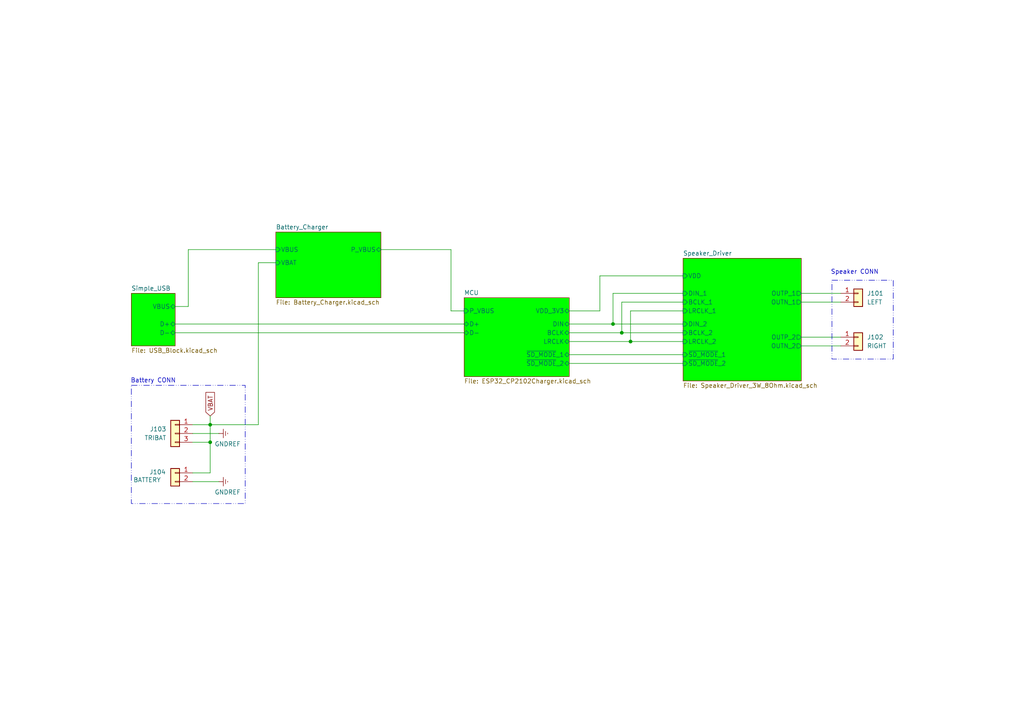
<source format=kicad_sch>
(kicad_sch
	(version 20250114)
	(generator "eeschema")
	(generator_version "9.0")
	(uuid "ee5079a3-7a94-4c31-a728-9ec7d03fd2da")
	(paper "A4")
	(title_block
		(title "PCB_BLE_Speaker")
		(date "2025-11-16")
		(rev "R.Casas")
	)
	(lib_symbols
		(symbol "Connector_Generic:Conn_01x02"
			(pin_names
				(offset 1.016)
				(hide yes)
			)
			(exclude_from_sim no)
			(in_bom yes)
			(on_board yes)
			(property "Reference" "J"
				(at 0 2.54 0)
				(effects
					(font
						(size 1.27 1.27)
					)
				)
			)
			(property "Value" "Conn_01x02"
				(at 0 -5.08 0)
				(effects
					(font
						(size 1.27 1.27)
					)
				)
			)
			(property "Footprint" ""
				(at 0 0 0)
				(effects
					(font
						(size 1.27 1.27)
					)
					(hide yes)
				)
			)
			(property "Datasheet" "~"
				(at 0 0 0)
				(effects
					(font
						(size 1.27 1.27)
					)
					(hide yes)
				)
			)
			(property "Description" "Generic connector, single row, 01x02, script generated (kicad-library-utils/schlib/autogen/connector/)"
				(at 0 0 0)
				(effects
					(font
						(size 1.27 1.27)
					)
					(hide yes)
				)
			)
			(property "ki_keywords" "connector"
				(at 0 0 0)
				(effects
					(font
						(size 1.27 1.27)
					)
					(hide yes)
				)
			)
			(property "ki_fp_filters" "Connector*:*_1x??_*"
				(at 0 0 0)
				(effects
					(font
						(size 1.27 1.27)
					)
					(hide yes)
				)
			)
			(symbol "Conn_01x02_1_1"
				(rectangle
					(start -1.27 1.27)
					(end 1.27 -3.81)
					(stroke
						(width 0.254)
						(type default)
					)
					(fill
						(type background)
					)
				)
				(rectangle
					(start -1.27 0.127)
					(end 0 -0.127)
					(stroke
						(width 0.1524)
						(type default)
					)
					(fill
						(type none)
					)
				)
				(rectangle
					(start -1.27 -2.413)
					(end 0 -2.667)
					(stroke
						(width 0.1524)
						(type default)
					)
					(fill
						(type none)
					)
				)
				(pin passive line
					(at -5.08 0 0)
					(length 3.81)
					(name "Pin_1"
						(effects
							(font
								(size 1.27 1.27)
							)
						)
					)
					(number "1"
						(effects
							(font
								(size 1.27 1.27)
							)
						)
					)
				)
				(pin passive line
					(at -5.08 -2.54 0)
					(length 3.81)
					(name "Pin_2"
						(effects
							(font
								(size 1.27 1.27)
							)
						)
					)
					(number "2"
						(effects
							(font
								(size 1.27 1.27)
							)
						)
					)
				)
			)
			(embedded_fonts no)
		)
		(symbol "Connector_Generic:Conn_01x03"
			(pin_names
				(offset 1.016)
				(hide yes)
			)
			(exclude_from_sim no)
			(in_bom yes)
			(on_board yes)
			(property "Reference" "J"
				(at 0 5.08 0)
				(effects
					(font
						(size 1.27 1.27)
					)
				)
			)
			(property "Value" "Conn_01x03"
				(at 0 -5.08 0)
				(effects
					(font
						(size 1.27 1.27)
					)
				)
			)
			(property "Footprint" ""
				(at 0 0 0)
				(effects
					(font
						(size 1.27 1.27)
					)
					(hide yes)
				)
			)
			(property "Datasheet" "~"
				(at 0 0 0)
				(effects
					(font
						(size 1.27 1.27)
					)
					(hide yes)
				)
			)
			(property "Description" "Generic connector, single row, 01x03, script generated (kicad-library-utils/schlib/autogen/connector/)"
				(at 0 0 0)
				(effects
					(font
						(size 1.27 1.27)
					)
					(hide yes)
				)
			)
			(property "ki_keywords" "connector"
				(at 0 0 0)
				(effects
					(font
						(size 1.27 1.27)
					)
					(hide yes)
				)
			)
			(property "ki_fp_filters" "Connector*:*_1x??_*"
				(at 0 0 0)
				(effects
					(font
						(size 1.27 1.27)
					)
					(hide yes)
				)
			)
			(symbol "Conn_01x03_1_1"
				(rectangle
					(start -1.27 3.81)
					(end 1.27 -3.81)
					(stroke
						(width 0.254)
						(type default)
					)
					(fill
						(type background)
					)
				)
				(rectangle
					(start -1.27 2.667)
					(end 0 2.413)
					(stroke
						(width 0.1524)
						(type default)
					)
					(fill
						(type none)
					)
				)
				(rectangle
					(start -1.27 0.127)
					(end 0 -0.127)
					(stroke
						(width 0.1524)
						(type default)
					)
					(fill
						(type none)
					)
				)
				(rectangle
					(start -1.27 -2.413)
					(end 0 -2.667)
					(stroke
						(width 0.1524)
						(type default)
					)
					(fill
						(type none)
					)
				)
				(pin passive line
					(at -5.08 2.54 0)
					(length 3.81)
					(name "Pin_1"
						(effects
							(font
								(size 1.27 1.27)
							)
						)
					)
					(number "1"
						(effects
							(font
								(size 1.27 1.27)
							)
						)
					)
				)
				(pin passive line
					(at -5.08 0 0)
					(length 3.81)
					(name "Pin_2"
						(effects
							(font
								(size 1.27 1.27)
							)
						)
					)
					(number "2"
						(effects
							(font
								(size 1.27 1.27)
							)
						)
					)
				)
				(pin passive line
					(at -5.08 -2.54 0)
					(length 3.81)
					(name "Pin_3"
						(effects
							(font
								(size 1.27 1.27)
							)
						)
					)
					(number "3"
						(effects
							(font
								(size 1.27 1.27)
							)
						)
					)
				)
			)
			(embedded_fonts no)
		)
		(symbol "power:GNDREF"
			(power)
			(pin_numbers
				(hide yes)
			)
			(pin_names
				(offset 0)
				(hide yes)
			)
			(exclude_from_sim no)
			(in_bom yes)
			(on_board yes)
			(property "Reference" "#PWR"
				(at 0 -6.35 0)
				(effects
					(font
						(size 1.27 1.27)
					)
					(hide yes)
				)
			)
			(property "Value" "GNDREF"
				(at 0 -3.81 0)
				(effects
					(font
						(size 1.27 1.27)
					)
				)
			)
			(property "Footprint" ""
				(at 0 0 0)
				(effects
					(font
						(size 1.27 1.27)
					)
					(hide yes)
				)
			)
			(property "Datasheet" ""
				(at 0 0 0)
				(effects
					(font
						(size 1.27 1.27)
					)
					(hide yes)
				)
			)
			(property "Description" "Power symbol creates a global label with name \"GNDREF\" , reference supply ground"
				(at 0 0 0)
				(effects
					(font
						(size 1.27 1.27)
					)
					(hide yes)
				)
			)
			(property "ki_keywords" "global power"
				(at 0 0 0)
				(effects
					(font
						(size 1.27 1.27)
					)
					(hide yes)
				)
			)
			(symbol "GNDREF_0_1"
				(polyline
					(pts
						(xy -0.635 -1.905) (xy 0.635 -1.905)
					)
					(stroke
						(width 0)
						(type default)
					)
					(fill
						(type none)
					)
				)
				(polyline
					(pts
						(xy -0.127 -2.54) (xy 0.127 -2.54)
					)
					(stroke
						(width 0)
						(type default)
					)
					(fill
						(type none)
					)
				)
				(polyline
					(pts
						(xy 0 -1.27) (xy 0 0)
					)
					(stroke
						(width 0)
						(type default)
					)
					(fill
						(type none)
					)
				)
				(polyline
					(pts
						(xy 1.27 -1.27) (xy -1.27 -1.27)
					)
					(stroke
						(width 0)
						(type default)
					)
					(fill
						(type none)
					)
				)
			)
			(symbol "GNDREF_1_1"
				(pin power_in line
					(at 0 0 270)
					(length 0)
					(name "~"
						(effects
							(font
								(size 1.27 1.27)
							)
						)
					)
					(number "1"
						(effects
							(font
								(size 1.27 1.27)
							)
						)
					)
				)
			)
			(embedded_fonts no)
		)
	)
	(rectangle
		(start 38.1 111.76)
		(end 71.12 146.05)
		(stroke
			(width 0)
			(type dash_dot_dot)
		)
		(fill
			(type none)
		)
		(uuid 33bd3f1f-4027-4218-8c86-19f985625a29)
	)
	(rectangle
		(start 241.3 81.28)
		(end 259.08 104.14)
		(stroke
			(width 0)
			(type dash_dot_dot)
		)
		(fill
			(type none)
		)
		(uuid 46b157fc-d792-4ea8-9da9-b01d2fa9c5b5)
	)
	(text "Battery CONN"
		(exclude_from_sim no)
		(at 44.45 110.49 0)
		(effects
			(font
				(size 1.27 1.27)
			)
		)
		(uuid "d677e2b3-6570-46a9-87cf-23e88bb8c27c")
	)
	(text "Speaker CONN"
		(exclude_from_sim no)
		(at 247.904 78.994 0)
		(effects
			(font
				(size 1.27 1.27)
			)
		)
		(uuid "dd010ab3-e503-4368-82de-eb4e58cdc3de")
	)
	(junction
		(at 180.34 96.52)
		(diameter 0)
		(color 0 0 0 0)
		(uuid "14ee3aab-7391-4843-98c9-0e0fa228a563")
	)
	(junction
		(at 177.8 93.98)
		(diameter 0)
		(color 0 0 0 0)
		(uuid "30d8477e-ab9a-4ada-a29d-9fee637c8359")
	)
	(junction
		(at 182.88 99.06)
		(diameter 0)
		(color 0 0 0 0)
		(uuid "5f8e9850-68f1-45e4-9c1b-e9a358f9973b")
	)
	(junction
		(at 60.96 123.19)
		(diameter 0)
		(color 0 0 0 0)
		(uuid "af6745a1-cf24-40a5-8133-fe92fe5ed12c")
	)
	(junction
		(at 60.96 128.27)
		(diameter 0)
		(color 0 0 0 0)
		(uuid "f21c88cc-0c49-4e5c-bc60-d9bddfc4359a")
	)
	(wire
		(pts
			(xy 173.99 80.01) (xy 173.99 90.17)
		)
		(stroke
			(width 0)
			(type default)
		)
		(uuid "02f73561-17e0-4990-b0f5-5ce516a64067")
	)
	(wire
		(pts
			(xy 55.88 123.19) (xy 60.96 123.19)
		)
		(stroke
			(width 0)
			(type default)
		)
		(uuid "0441fc2b-40e3-4257-82bc-481b2e840667")
	)
	(wire
		(pts
			(xy 173.99 90.17) (xy 165.1 90.17)
		)
		(stroke
			(width 0)
			(type default)
		)
		(uuid "0d61a4cb-0c20-4adc-9de5-a13e1d362db6")
	)
	(wire
		(pts
			(xy 54.61 72.39) (xy 80.01 72.39)
		)
		(stroke
			(width 0)
			(type default)
		)
		(uuid "181421f9-727c-4280-b059-164d70e8aa5a")
	)
	(wire
		(pts
			(xy 165.1 96.52) (xy 180.34 96.52)
		)
		(stroke
			(width 0)
			(type default)
		)
		(uuid "2d282e4c-8d8d-4066-9f1b-c567c4e6731e")
	)
	(wire
		(pts
			(xy 165.1 99.06) (xy 182.88 99.06)
		)
		(stroke
			(width 0)
			(type default)
		)
		(uuid "36de76ff-c58c-40bf-a102-bb48ab571742")
	)
	(wire
		(pts
			(xy 54.61 88.9) (xy 54.61 72.39)
		)
		(stroke
			(width 0)
			(type default)
		)
		(uuid "37b8c71c-0f17-4617-ba45-31fae9bb523b")
	)
	(wire
		(pts
			(xy 232.41 97.79) (xy 243.84 97.79)
		)
		(stroke
			(width 0)
			(type default)
		)
		(uuid "3b09fbb0-7c36-4030-b978-0a6dbf70c81e")
	)
	(wire
		(pts
			(xy 180.34 96.52) (xy 198.12 96.52)
		)
		(stroke
			(width 0)
			(type default)
		)
		(uuid "58202e01-51b1-43d4-a669-b8b759c2969a")
	)
	(wire
		(pts
			(xy 55.88 137.16) (xy 60.96 137.16)
		)
		(stroke
			(width 0)
			(type default)
		)
		(uuid "5efca215-60da-4d17-90f9-ababd387aeb2")
	)
	(wire
		(pts
			(xy 165.1 102.87) (xy 198.12 102.87)
		)
		(stroke
			(width 0)
			(type default)
		)
		(uuid "77d5d73e-f283-44ae-8c23-1b15bb1e0640")
	)
	(wire
		(pts
			(xy 60.96 137.16) (xy 60.96 128.27)
		)
		(stroke
			(width 0)
			(type default)
		)
		(uuid "86ecd7a9-481e-4e06-a4d5-999e669116e1")
	)
	(wire
		(pts
			(xy 177.8 93.98) (xy 198.12 93.98)
		)
		(stroke
			(width 0)
			(type default)
		)
		(uuid "87cd0312-8f37-41fb-b2cb-31b288c320d4")
	)
	(wire
		(pts
			(xy 130.81 72.39) (xy 130.81 90.17)
		)
		(stroke
			(width 0)
			(type default)
		)
		(uuid "8c298a49-4831-49d9-b70b-74603d899875")
	)
	(wire
		(pts
			(xy 198.12 80.01) (xy 173.99 80.01)
		)
		(stroke
			(width 0)
			(type default)
		)
		(uuid "8cd849ac-6d31-4454-a60e-78082d793913")
	)
	(wire
		(pts
			(xy 182.88 99.06) (xy 198.12 99.06)
		)
		(stroke
			(width 0)
			(type default)
		)
		(uuid "8cdec2bc-66bd-46c4-afa0-93e267710d52")
	)
	(wire
		(pts
			(xy 180.34 87.63) (xy 198.12 87.63)
		)
		(stroke
			(width 0)
			(type default)
		)
		(uuid "8e00fd59-871d-4914-972a-5be5e6317e38")
	)
	(wire
		(pts
			(xy 130.81 90.17) (xy 134.62 90.17)
		)
		(stroke
			(width 0)
			(type default)
		)
		(uuid "93dcac5a-dad7-4aeb-8373-5bd51ec5bfd7")
	)
	(wire
		(pts
			(xy 50.8 93.98) (xy 134.62 93.98)
		)
		(stroke
			(width 0)
			(type default)
		)
		(uuid "95885596-0d1f-4485-b2cf-6cf5f53c6f64")
	)
	(wire
		(pts
			(xy 60.96 128.27) (xy 60.96 123.19)
		)
		(stroke
			(width 0)
			(type default)
		)
		(uuid "99f6dac5-6e6b-495a-961e-c0c2f1b952f7")
	)
	(wire
		(pts
			(xy 232.41 85.09) (xy 243.84 85.09)
		)
		(stroke
			(width 0)
			(type default)
		)
		(uuid "99fe70b9-287c-43b1-af0d-899e1225fd8f")
	)
	(wire
		(pts
			(xy 177.8 85.09) (xy 177.8 93.98)
		)
		(stroke
			(width 0)
			(type default)
		)
		(uuid "9bf68948-b5fc-4d63-8b06-ccd5ad9e56ad")
	)
	(wire
		(pts
			(xy 60.96 123.19) (xy 74.93 123.19)
		)
		(stroke
			(width 0)
			(type default)
		)
		(uuid "a55d18ec-4d6b-4a9b-b231-31102c65db2d")
	)
	(wire
		(pts
			(xy 110.49 72.39) (xy 130.81 72.39)
		)
		(stroke
			(width 0)
			(type default)
		)
		(uuid "c051bfe6-b321-4fe2-887f-6e23ab7ef591")
	)
	(wire
		(pts
			(xy 232.41 100.33) (xy 243.84 100.33)
		)
		(stroke
			(width 0)
			(type default)
		)
		(uuid "ca99042b-cfc4-4e3e-a492-7fd0778852e5")
	)
	(wire
		(pts
			(xy 182.88 90.17) (xy 198.12 90.17)
		)
		(stroke
			(width 0)
			(type default)
		)
		(uuid "cdef42b9-2bdf-46d3-bc3a-7b811d700fe5")
	)
	(wire
		(pts
			(xy 74.93 76.2) (xy 80.01 76.2)
		)
		(stroke
			(width 0)
			(type default)
		)
		(uuid "d1839218-8e7b-4e3e-acc7-18bc5fca14b6")
	)
	(wire
		(pts
			(xy 50.8 96.52) (xy 134.62 96.52)
		)
		(stroke
			(width 0)
			(type default)
		)
		(uuid "d7171a79-43d5-45ac-be02-a5ad2f138661")
	)
	(wire
		(pts
			(xy 55.88 125.73) (xy 63.5 125.73)
		)
		(stroke
			(width 0)
			(type default)
		)
		(uuid "db34c156-5497-4aca-88aa-4eb428b445db")
	)
	(wire
		(pts
			(xy 55.88 139.7) (xy 63.5 139.7)
		)
		(stroke
			(width 0)
			(type default)
		)
		(uuid "dbe3585a-6ec8-422e-ae6d-60e5c78c2086")
	)
	(wire
		(pts
			(xy 55.88 128.27) (xy 60.96 128.27)
		)
		(stroke
			(width 0)
			(type default)
		)
		(uuid "de16ac33-c479-465c-aeef-51faa1e864dd")
	)
	(wire
		(pts
			(xy 232.41 87.63) (xy 243.84 87.63)
		)
		(stroke
			(width 0)
			(type default)
		)
		(uuid "dfe03eac-6bc7-4e42-97d8-88f10e451e93")
	)
	(wire
		(pts
			(xy 60.96 123.19) (xy 60.96 120.65)
		)
		(stroke
			(width 0)
			(type default)
		)
		(uuid "e1e2f26d-51aa-4778-8fde-dd68c46985cc")
	)
	(wire
		(pts
			(xy 165.1 105.41) (xy 198.12 105.41)
		)
		(stroke
			(width 0)
			(type default)
		)
		(uuid "e8c81e88-9ac9-43a2-9654-a2d312f363ec")
	)
	(wire
		(pts
			(xy 180.34 87.63) (xy 180.34 96.52)
		)
		(stroke
			(width 0)
			(type default)
		)
		(uuid "eaab8a35-56d6-4c1c-b732-bbe21f742e70")
	)
	(wire
		(pts
			(xy 54.61 88.9) (xy 50.8 88.9)
		)
		(stroke
			(width 0)
			(type default)
		)
		(uuid "eaff9b88-693d-46bf-ba27-da2a5dce21e5")
	)
	(wire
		(pts
			(xy 165.1 93.98) (xy 177.8 93.98)
		)
		(stroke
			(width 0)
			(type default)
		)
		(uuid "eccb127b-dead-4052-a3f1-87e6549d6fbb")
	)
	(wire
		(pts
			(xy 74.93 76.2) (xy 74.93 123.19)
		)
		(stroke
			(width 0)
			(type default)
		)
		(uuid "f7bb7628-1518-46fe-b922-1033ef7bb245")
	)
	(wire
		(pts
			(xy 182.88 99.06) (xy 182.88 90.17)
		)
		(stroke
			(width 0)
			(type default)
		)
		(uuid "f98b8181-319c-4945-ba5e-1391c2e88873")
	)
	(wire
		(pts
			(xy 177.8 85.09) (xy 198.12 85.09)
		)
		(stroke
			(width 0)
			(type default)
		)
		(uuid "fca9380c-193d-42ad-9bf1-9abfd5f0e2f5")
	)
	(global_label "VBAT"
		(shape input)
		(at 60.96 120.65 90)
		(fields_autoplaced yes)
		(effects
			(font
				(size 1.27 1.27)
			)
			(justify left)
		)
		(uuid "c361fa41-ff43-40e7-8f27-b846c16e7b29")
		(property "Intersheetrefs" "${INTERSHEET_REFS}"
			(at 60.96 113.25 90)
			(effects
				(font
					(size 1.27 1.27)
				)
				(justify left)
				(hide yes)
			)
		)
	)
	(symbol
		(lib_id "Connector_Generic:Conn_01x02")
		(at 248.92 85.09 0)
		(unit 1)
		(exclude_from_sim no)
		(in_bom yes)
		(on_board yes)
		(dnp no)
		(fields_autoplaced yes)
		(uuid "4b7c2a2c-a8e7-446a-8717-f1c4eae8d327")
		(property "Reference" "J101"
			(at 251.46 85.0899 0)
			(effects
				(font
					(size 1.27 1.27)
				)
				(justify left)
			)
		)
		(property "Value" "LEFT"
			(at 251.46 87.6299 0)
			(effects
				(font
					(size 1.27 1.27)
				)
				(justify left)
			)
		)
		(property "Footprint" "Connector_JST:JST_PH_B2B-PH-K_1x02_P2.00mm_Vertical"
			(at 248.92 85.09 0)
			(effects
				(font
					(size 1.27 1.27)
				)
				(hide yes)
			)
		)
		(property "Datasheet" "~"
			(at 248.92 85.09 0)
			(effects
				(font
					(size 1.27 1.27)
				)
				(hide yes)
			)
		)
		(property "Description" "Generic connector, single row, 01x02, script generated (kicad-library-utils/schlib/autogen/connector/)"
			(at 248.92 85.09 0)
			(effects
				(font
					(size 1.27 1.27)
				)
				(hide yes)
			)
		)
		(pin "1"
			(uuid "eb3a14e8-efbe-41a1-a842-09d3b4bb8ace")
		)
		(pin "2"
			(uuid "0adc1eda-8429-4959-aaf2-7b9af0ebd405")
		)
		(instances
			(project ""
				(path "/ee5079a3-7a94-4c31-a728-9ec7d03fd2da"
					(reference "J101")
					(unit 1)
				)
			)
		)
	)
	(symbol
		(lib_id "Connector_Generic:Conn_01x02")
		(at 50.8 137.16 0)
		(mirror y)
		(unit 1)
		(exclude_from_sim no)
		(in_bom yes)
		(on_board yes)
		(dnp no)
		(uuid "507f7b90-df1e-4324-b34e-54c2b13ef5ac")
		(property "Reference" "J104"
			(at 45.72 136.906 0)
			(effects
				(font
					(size 1.27 1.27)
				)
			)
		)
		(property "Value" "BATTERY"
			(at 42.672 139.192 0)
			(effects
				(font
					(size 1.27 1.27)
				)
			)
		)
		(property "Footprint" "Connector_JST:JST_PH_B2B-PH-K_1x02_P2.00mm_Vertical"
			(at 50.8 137.16 0)
			(effects
				(font
					(size 1.27 1.27)
				)
				(hide yes)
			)
		)
		(property "Datasheet" "~"
			(at 50.8 137.16 0)
			(effects
				(font
					(size 1.27 1.27)
				)
				(hide yes)
			)
		)
		(property "Description" "Generic connector, single row, 01x02, script generated (kicad-library-utils/schlib/autogen/connector/)"
			(at 50.8 137.16 0)
			(effects
				(font
					(size 1.27 1.27)
				)
				(hide yes)
			)
		)
		(pin "1"
			(uuid "4b411e5e-56dc-4317-a7e4-14a2f9497abc")
		)
		(pin "2"
			(uuid "bc4682f5-3f18-4f2a-9d89-469ba279399c")
		)
		(instances
			(project "PCB_BLE_Speaker"
				(path "/ee5079a3-7a94-4c31-a728-9ec7d03fd2da"
					(reference "J104")
					(unit 1)
				)
			)
		)
	)
	(symbol
		(lib_id "Connector_Generic:Conn_01x03")
		(at 50.8 125.73 0)
		(mirror y)
		(unit 1)
		(exclude_from_sim no)
		(in_bom yes)
		(on_board yes)
		(dnp no)
		(uuid "50ca2fd7-79cf-4767-b983-dbca3d6dbb87")
		(property "Reference" "J103"
			(at 48.26 124.4599 0)
			(effects
				(font
					(size 1.27 1.27)
				)
				(justify left)
			)
		)
		(property "Value" "TRIBAT"
			(at 48.26 126.9999 0)
			(effects
				(font
					(size 1.27 1.27)
				)
				(justify left)
			)
		)
		(property "Footprint" "Connector_JST:JST_XH_B3B-XH-A_1x03_P2.50mm_Vertical"
			(at 50.8 125.73 0)
			(effects
				(font
					(size 1.27 1.27)
				)
				(hide yes)
			)
		)
		(property "Datasheet" "~"
			(at 50.8 125.73 0)
			(effects
				(font
					(size 1.27 1.27)
				)
				(hide yes)
			)
		)
		(property "Description" "Generic connector, single row, 01x03, script generated (kicad-library-utils/schlib/autogen/connector/)"
			(at 50.8 125.73 0)
			(effects
				(font
					(size 1.27 1.27)
				)
				(hide yes)
			)
		)
		(pin "3"
			(uuid "47a46d9f-955a-4e50-96f0-8c08a86cb9f5")
		)
		(pin "2"
			(uuid "be933dfc-5613-4c63-9254-da35d8d9fc7f")
		)
		(pin "1"
			(uuid "7bd4ffe5-fd70-44e9-bd81-0427ef0051ff")
		)
		(instances
			(project ""
				(path "/ee5079a3-7a94-4c31-a728-9ec7d03fd2da"
					(reference "J103")
					(unit 1)
				)
			)
		)
	)
	(symbol
		(lib_id "power:GNDREF")
		(at 63.5 125.73 90)
		(unit 1)
		(exclude_from_sim no)
		(in_bom yes)
		(on_board yes)
		(dnp no)
		(uuid "a737b562-d474-4cdd-8202-c37e42eacc84")
		(property "Reference" "#PWR0101"
			(at 69.85 125.73 0)
			(effects
				(font
					(size 1.27 1.27)
				)
				(hide yes)
			)
		)
		(property "Value" "GNDREF"
			(at 62.23 128.778 90)
			(effects
				(font
					(size 1.27 1.27)
				)
				(justify right)
			)
		)
		(property "Footprint" ""
			(at 63.5 125.73 0)
			(effects
				(font
					(size 1.27 1.27)
				)
				(hide yes)
			)
		)
		(property "Datasheet" ""
			(at 63.5 125.73 0)
			(effects
				(font
					(size 1.27 1.27)
				)
				(hide yes)
			)
		)
		(property "Description" "Power symbol creates a global label with name \"GNDREF\" , reference supply ground"
			(at 63.5 125.73 0)
			(effects
				(font
					(size 1.27 1.27)
				)
				(hide yes)
			)
		)
		(pin "1"
			(uuid "e0a4a3d2-f6fc-4e4c-9486-06a1fcab9d09")
		)
		(instances
			(project ""
				(path "/ee5079a3-7a94-4c31-a728-9ec7d03fd2da"
					(reference "#PWR0101")
					(unit 1)
				)
			)
		)
	)
	(symbol
		(lib_id "power:GNDREF")
		(at 63.5 139.7 90)
		(unit 1)
		(exclude_from_sim no)
		(in_bom yes)
		(on_board yes)
		(dnp no)
		(uuid "aef7c614-4477-41be-ac72-9db3ff2957f1")
		(property "Reference" "#PWR0102"
			(at 69.85 139.7 0)
			(effects
				(font
					(size 1.27 1.27)
				)
				(hide yes)
			)
		)
		(property "Value" "GNDREF"
			(at 62.23 142.748 90)
			(effects
				(font
					(size 1.27 1.27)
				)
				(justify right)
			)
		)
		(property "Footprint" ""
			(at 63.5 139.7 0)
			(effects
				(font
					(size 1.27 1.27)
				)
				(hide yes)
			)
		)
		(property "Datasheet" ""
			(at 63.5 139.7 0)
			(effects
				(font
					(size 1.27 1.27)
				)
				(hide yes)
			)
		)
		(property "Description" "Power symbol creates a global label with name \"GNDREF\" , reference supply ground"
			(at 63.5 139.7 0)
			(effects
				(font
					(size 1.27 1.27)
				)
				(hide yes)
			)
		)
		(pin "1"
			(uuid "a890a64f-0e4a-4d7d-a5ec-254935a33e08")
		)
		(instances
			(project "PCB_BLE_Speaker"
				(path "/ee5079a3-7a94-4c31-a728-9ec7d03fd2da"
					(reference "#PWR0102")
					(unit 1)
				)
			)
		)
	)
	(symbol
		(lib_id "Connector_Generic:Conn_01x02")
		(at 248.92 97.79 0)
		(unit 1)
		(exclude_from_sim no)
		(in_bom yes)
		(on_board yes)
		(dnp no)
		(fields_autoplaced yes)
		(uuid "b94bc205-51ab-4ad1-8741-4b2ae6c5f9a4")
		(property "Reference" "J102"
			(at 251.46 97.7899 0)
			(effects
				(font
					(size 1.27 1.27)
				)
				(justify left)
			)
		)
		(property "Value" "RIGHT"
			(at 251.46 100.3299 0)
			(effects
				(font
					(size 1.27 1.27)
				)
				(justify left)
			)
		)
		(property "Footprint" "Connector_JST:JST_PH_B2B-PH-K_1x02_P2.00mm_Vertical"
			(at 248.92 97.79 0)
			(effects
				(font
					(size 1.27 1.27)
				)
				(hide yes)
			)
		)
		(property "Datasheet" "~"
			(at 248.92 97.79 0)
			(effects
				(font
					(size 1.27 1.27)
				)
				(hide yes)
			)
		)
		(property "Description" "Generic connector, single row, 01x02, script generated (kicad-library-utils/schlib/autogen/connector/)"
			(at 248.92 97.79 0)
			(effects
				(font
					(size 1.27 1.27)
				)
				(hide yes)
			)
		)
		(pin "1"
			(uuid "eb3a14e8-efbe-41a1-a842-09d3b4bb8acf")
		)
		(pin "2"
			(uuid "0adc1eda-8429-4959-aaf2-7b9af0ebd406")
		)
		(instances
			(project ""
				(path "/ee5079a3-7a94-4c31-a728-9ec7d03fd2da"
					(reference "J102")
					(unit 1)
				)
			)
		)
	)
	(sheet
		(at 198.12 74.93)
		(size 34.29 35.56)
		(exclude_from_sim no)
		(in_bom yes)
		(on_board yes)
		(dnp no)
		(fields_autoplaced yes)
		(stroke
			(width 0.1524)
			(type solid)
		)
		(fill
			(color 0 255 0 1.0000)
		)
		(uuid "2701977a-8f84-4dc8-9ab3-64ac234169d7")
		(property "Sheetname" "Speaker_Driver"
			(at 198.12 74.2184 0)
			(effects
				(font
					(size 1.27 1.27)
				)
				(justify left bottom)
			)
		)
		(property "Sheetfile" "Speaker_Driver_3W_8Ohm.kicad_sch"
			(at 198.12 111.0746 0)
			(effects
				(font
					(size 1.27 1.27)
				)
				(justify left top)
			)
		)
		(pin "LRCLK_2" input
			(at 198.12 99.06 180)
			(uuid "6f04d26f-17bc-4b7d-8e64-6c07b243746b")
			(effects
				(font
					(size 1.27 1.27)
				)
				(justify left)
			)
		)
		(pin "OUTP_2" output
			(at 232.41 97.79 0)
			(uuid "0075c8f1-4c9c-4fdc-8951-a217610c6a58")
			(effects
				(font
					(size 1.27 1.27)
				)
				(justify right)
			)
		)
		(pin "OUTN_1" output
			(at 232.41 87.63 0)
			(uuid "e0ddc4db-2a46-4022-b34e-106518f26f7f")
			(effects
				(font
					(size 1.27 1.27)
				)
				(justify right)
			)
		)
		(pin "BCLK_1" input
			(at 198.12 87.63 180)
			(uuid "471d0178-f359-49df-a4af-b63eba294913")
			(effects
				(font
					(size 1.27 1.27)
				)
				(justify left)
			)
		)
		(pin "~{SD_MODE}_2" input
			(at 198.12 105.41 180)
			(uuid "60cb9102-8720-4ae3-8697-2b15a13222a3")
			(effects
				(font
					(size 1.27 1.27)
				)
				(justify left)
			)
		)
		(pin "BCLK_2" input
			(at 198.12 96.52 180)
			(uuid "2aa5657b-4bc9-4010-b5b8-6e635f5ff266")
			(effects
				(font
					(size 1.27 1.27)
				)
				(justify left)
			)
		)
		(pin "DIN_1" input
			(at 198.12 85.09 180)
			(uuid "abb4c7c4-050a-4e8d-95ad-4d72f4181edf")
			(effects
				(font
					(size 1.27 1.27)
				)
				(justify left)
			)
		)
		(pin "OUTN_2" output
			(at 232.41 100.33 0)
			(uuid "80a61d92-b826-4fca-a2d4-4441da78bc31")
			(effects
				(font
					(size 1.27 1.27)
				)
				(justify right)
			)
		)
		(pin "DIN_2" input
			(at 198.12 93.98 180)
			(uuid "da3637ee-0cf0-489f-a6f0-5c699ab4d720")
			(effects
				(font
					(size 1.27 1.27)
				)
				(justify left)
			)
		)
		(pin "~{SD_MODE}_1" input
			(at 198.12 102.87 180)
			(uuid "dcfdeeef-885c-4bf1-a8ab-16639206e530")
			(effects
				(font
					(size 1.27 1.27)
				)
				(justify left)
			)
		)
		(pin "OUTP_1" output
			(at 232.41 85.09 0)
			(uuid "df1e5194-54a7-4f72-b88e-83a86ca82fd3")
			(effects
				(font
					(size 1.27 1.27)
				)
				(justify right)
			)
		)
		(pin "LRCLK_1" input
			(at 198.12 90.17 180)
			(uuid "28dd8bc1-41a4-448b-9120-23cdfcba2d4c")
			(effects
				(font
					(size 1.27 1.27)
				)
				(justify left)
			)
		)
		(pin "VDD" input
			(at 198.12 80.01 180)
			(uuid "c46d8a82-6fd7-4bee-88c0-f26b85759303")
			(effects
				(font
					(size 1.27 1.27)
				)
				(justify left)
			)
		)
		(instances
			(project "PCB_BLE_Speaker"
				(path "/ee5079a3-7a94-4c31-a728-9ec7d03fd2da"
					(page "4")
				)
			)
		)
	)
	(sheet
		(at 38.1 85.09)
		(size 12.7 15.24)
		(exclude_from_sim no)
		(in_bom yes)
		(on_board yes)
		(dnp no)
		(fields_autoplaced yes)
		(stroke
			(width 0.1524)
			(type solid)
		)
		(fill
			(color 0 255 0 1.0000)
		)
		(uuid "40127e6c-903e-4c6b-8522-b795aca5e676")
		(property "Sheetname" "Simple_USB"
			(at 38.1 84.3784 0)
			(effects
				(font
					(size 1.27 1.27)
				)
				(justify left bottom)
			)
		)
		(property "Sheetfile" "USB_Block.kicad_sch"
			(at 38.1 100.9146 0)
			(effects
				(font
					(size 1.27 1.27)
				)
				(justify left top)
			)
		)
		(pin "VBUS" bidirectional
			(at 50.8 88.9 0)
			(uuid "aaef081c-7f87-4225-aff3-e52fc7dd03a2")
			(effects
				(font
					(size 1.27 1.27)
				)
				(justify right)
			)
		)
		(pin "D+" bidirectional
			(at 50.8 93.98 0)
			(uuid "fc9f6071-369e-419a-b626-19ac7406cccf")
			(effects
				(font
					(size 1.27 1.27)
				)
				(justify right)
			)
		)
		(pin "D-" bidirectional
			(at 50.8 96.52 0)
			(uuid "c3cb9f45-6204-4c7d-9eb2-6e796291b62d")
			(effects
				(font
					(size 1.27 1.27)
				)
				(justify right)
			)
		)
		(instances
			(project "PCB_BLE_Speaker"
				(path "/ee5079a3-7a94-4c31-a728-9ec7d03fd2da"
					(page "2")
				)
			)
		)
	)
	(sheet
		(at 80.01 67.31)
		(size 30.48 19.05)
		(exclude_from_sim no)
		(in_bom yes)
		(on_board yes)
		(dnp no)
		(fields_autoplaced yes)
		(stroke
			(width 0.1524)
			(type solid)
		)
		(fill
			(color 0 255 0 1.0000)
		)
		(uuid "65978e96-0aa0-42c0-88b9-f8421b25480c")
		(property "Sheetname" "Battery_Charger"
			(at 80.01 66.5984 0)
			(effects
				(font
					(size 1.27 1.27)
				)
				(justify left bottom)
			)
		)
		(property "Sheetfile" "Battery_Charger.kicad_sch"
			(at 80.01 86.9446 0)
			(effects
				(font
					(size 1.27 1.27)
				)
				(justify left top)
			)
		)
		(pin "VBAT" input
			(at 80.01 76.2 180)
			(uuid "98bc9504-b7fe-4ace-9532-8b0fbf9cb67e")
			(effects
				(font
					(size 1.27 1.27)
				)
				(justify left)
			)
		)
		(pin "VBUS" input
			(at 80.01 72.39 180)
			(uuid "f3cfcd70-44e6-47ca-bdc0-a71f627021fe")
			(effects
				(font
					(size 1.27 1.27)
				)
				(justify left)
			)
		)
		(pin "P_VBUS" bidirectional
			(at 110.49 72.39 0)
			(uuid "f0904289-532e-4ec0-96b1-d4ee591e254b")
			(effects
				(font
					(size 1.27 1.27)
				)
				(justify right)
			)
		)
		(instances
			(project "PCB_BLE_Speaker"
				(path "/ee5079a3-7a94-4c31-a728-9ec7d03fd2da"
					(page "3")
				)
			)
		)
	)
	(sheet
		(at 134.62 86.36)
		(size 30.48 22.86)
		(exclude_from_sim no)
		(in_bom yes)
		(on_board yes)
		(dnp no)
		(fields_autoplaced yes)
		(stroke
			(width 0.1524)
			(type solid)
		)
		(fill
			(color 0 255 0 1.0000)
		)
		(uuid "f2e4c216-8039-472c-8456-03eac8f00b8a")
		(property "Sheetname" "MCU"
			(at 134.62 85.6484 0)
			(effects
				(font
					(size 1.27 1.27)
				)
				(justify left bottom)
			)
		)
		(property "Sheetfile" "ESP32_CP2102Charger.kicad_sch"
			(at 134.62 109.8046 0)
			(effects
				(font
					(size 1.27 1.27)
				)
				(justify left top)
			)
		)
		(pin "D-" bidirectional
			(at 134.62 96.52 180)
			(uuid "a3482e04-ee3e-4053-83b4-1803be124618")
			(effects
				(font
					(size 1.27 1.27)
				)
				(justify left)
			)
		)
		(pin "D+" bidirectional
			(at 134.62 93.98 180)
			(uuid "774d823b-e26a-4671-ad75-e2e9afd4aa5f")
			(effects
				(font
					(size 1.27 1.27)
				)
				(justify left)
			)
		)
		(pin "LRCLK" bidirectional
			(at 165.1 99.06 0)
			(uuid "8c15d5fa-7c39-424a-847f-017e2ba042ff")
			(effects
				(font
					(size 1.27 1.27)
				)
				(justify right)
			)
		)
		(pin "BCLK" bidirectional
			(at 165.1 96.52 0)
			(uuid "c04e5a35-994f-4efe-98a4-3c3cd09240ba")
			(effects
				(font
					(size 1.27 1.27)
				)
				(justify right)
			)
		)
		(pin "DIN" bidirectional
			(at 165.1 93.98 0)
			(uuid "46a0ca60-a961-4226-ae6f-d0c894b203d1")
			(effects
				(font
					(size 1.27 1.27)
				)
				(justify right)
			)
		)
		(pin "~{SD_MODE}_1" bidirectional
			(at 165.1 102.87 0)
			(uuid "94fa4e6c-b2b1-43ea-a1dc-da44b567f921")
			(effects
				(font
					(size 1.27 1.27)
				)
				(justify right)
			)
		)
		(pin "~{SD_MODE}_2" bidirectional
			(at 165.1 105.41 0)
			(uuid "21f4c131-a0d4-4af4-ba0c-ed8d47718a01")
			(effects
				(font
					(size 1.27 1.27)
				)
				(justify right)
			)
		)
		(pin "VDD_3V3" bidirectional
			(at 165.1 90.17 0)
			(uuid "d816d585-3817-430a-9601-f386f2005af6")
			(effects
				(font
					(size 1.27 1.27)
				)
				(justify right)
			)
		)
		(pin "P_VBUS" input
			(at 134.62 90.17 180)
			(uuid "6765718b-f842-43f0-a029-33f75dc39502")
			(effects
				(font
					(size 1.27 1.27)
				)
				(justify left)
			)
		)
		(instances
			(project "PCB_BLE_Speaker"
				(path "/ee5079a3-7a94-4c31-a728-9ec7d03fd2da"
					(page "5")
				)
			)
		)
	)
	(sheet_instances
		(path "/"
			(page "1")
		)
	)
	(embedded_fonts no)
)

</source>
